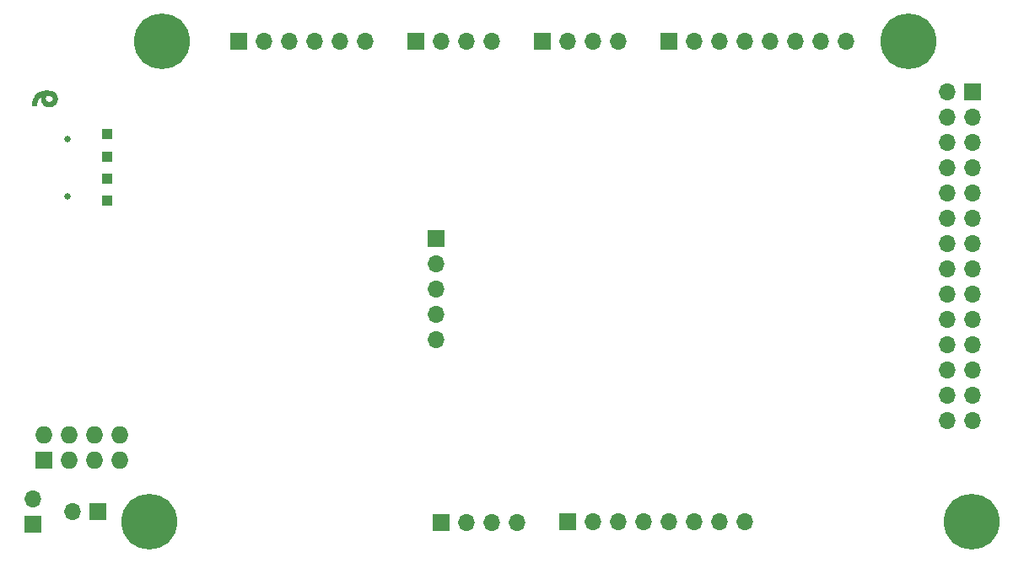
<source format=gbr>
%TF.GenerationSoftware,KiCad,Pcbnew,5.99.0+really5.1.12+dfsg1-1*%
%TF.CreationDate,2021-12-16T16:23:16+08:00*%
%TF.ProjectId,PSLab,50534c61-622e-46b6-9963-61645f706362,v6.0-beta*%
%TF.SameCoordinates,Original*%
%TF.FileFunction,Soldermask,Bot*%
%TF.FilePolarity,Negative*%
%FSLAX46Y46*%
G04 Gerber Fmt 4.6, Leading zero omitted, Abs format (unit mm)*
G04 Created by KiCad (PCBNEW 5.99.0+really5.1.12+dfsg1-1) date 2021-12-16 16:23:16*
%MOMM*%
%LPD*%
G01*
G04 APERTURE LIST*
%ADD10C,0.010000*%
%ADD11C,0.650000*%
%ADD12O,1.700000X1.700000*%
%ADD13R,1.700000X1.700000*%
%ADD14R,1.000000X1.000000*%
%ADD15R,1.727200X1.727200*%
%ADD16O,1.727200X1.727200*%
%ADD17C,5.600000*%
G04 APERTURE END LIST*
D10*
%TO.C,Z9*%
G36*
X94655699Y-67705810D02*
G01*
X94714166Y-67707924D01*
X94761649Y-67711394D01*
X94849812Y-67722772D01*
X94937316Y-67738883D01*
X95021210Y-67758975D01*
X95098539Y-67782293D01*
X95166351Y-67808084D01*
X95197656Y-67822616D01*
X95282126Y-67872598D01*
X95357007Y-67932732D01*
X95421907Y-68002464D01*
X95476433Y-68081243D01*
X95520191Y-68168515D01*
X95552789Y-68263728D01*
X95570897Y-68347233D01*
X95584899Y-68464588D01*
X95586925Y-68574614D01*
X95576909Y-68677546D01*
X95554787Y-68773622D01*
X95520493Y-68863075D01*
X95473963Y-68946144D01*
X95415131Y-69023064D01*
X95372545Y-69067677D01*
X95292386Y-69135450D01*
X95203217Y-69192411D01*
X95105181Y-69238488D01*
X94998422Y-69273611D01*
X94930140Y-69289415D01*
X94901402Y-69293698D01*
X94863035Y-69297463D01*
X94818790Y-69300544D01*
X94772419Y-69302772D01*
X94727673Y-69303977D01*
X94688302Y-69303993D01*
X94658058Y-69302649D01*
X94651222Y-69301943D01*
X94541013Y-69283204D01*
X94441759Y-69255896D01*
X94352996Y-69219741D01*
X94274257Y-69174459D01*
X94205077Y-69119770D01*
X94144992Y-69055393D01*
X94093535Y-68981050D01*
X94080958Y-68959045D01*
X94044642Y-68882644D01*
X94017108Y-68801120D01*
X93997773Y-68712243D01*
X93986054Y-68613785D01*
X93984417Y-68590250D01*
X93984681Y-68513052D01*
X93995238Y-68433952D01*
X93995968Y-68431076D01*
X94390938Y-68431076D01*
X94391165Y-68499931D01*
X94397655Y-68565086D01*
X94410402Y-68623523D01*
X94428669Y-68670791D01*
X94460249Y-68717917D01*
X94502557Y-68757316D01*
X94554262Y-68788584D01*
X94614030Y-68811317D01*
X94680530Y-68825112D01*
X94752428Y-68829564D01*
X94828392Y-68824271D01*
X94894639Y-68811933D01*
X94965646Y-68789339D01*
X95026855Y-68758331D01*
X95077677Y-68719697D01*
X95117520Y-68674224D01*
X95145796Y-68622700D01*
X95161914Y-68565911D01*
X95165285Y-68504647D01*
X95159519Y-68458367D01*
X95143505Y-68403181D01*
X95118208Y-68356791D01*
X95083976Y-68317978D01*
X95029587Y-68275520D01*
X94966011Y-68241647D01*
X94892162Y-68215855D01*
X94834034Y-68202390D01*
X94799926Y-68197089D01*
X94756764Y-68192222D01*
X94707819Y-68187975D01*
X94656360Y-68184534D01*
X94605657Y-68182088D01*
X94558978Y-68180822D01*
X94519595Y-68180924D01*
X94490777Y-68182580D01*
X94489643Y-68182711D01*
X94444480Y-68188084D01*
X94427891Y-68232480D01*
X94409296Y-68294332D01*
X94396980Y-68361537D01*
X94390938Y-68431076D01*
X93995968Y-68431076D01*
X94016522Y-68350152D01*
X94026182Y-68320375D01*
X94033630Y-68296245D01*
X94037717Y-68278246D01*
X94037762Y-68269566D01*
X94037130Y-68269222D01*
X94023116Y-68272277D01*
X93999990Y-68280475D01*
X93971119Y-68292370D01*
X93939870Y-68306516D01*
X93909608Y-68321465D01*
X93887482Y-68333544D01*
X93850467Y-68358688D01*
X93809600Y-68392507D01*
X93768385Y-68431633D01*
X93730322Y-68472698D01*
X93698914Y-68512333D01*
X93693531Y-68520102D01*
X93647323Y-68597732D01*
X93606454Y-68684136D01*
X93572987Y-68774366D01*
X93548983Y-68863470D01*
X93547461Y-68870753D01*
X93540465Y-68909531D01*
X93533531Y-68955794D01*
X93527113Y-69005607D01*
X93521667Y-69055035D01*
X93517647Y-69100145D01*
X93515507Y-69137002D01*
X93515278Y-69149360D01*
X93514508Y-69172192D01*
X93512501Y-69188089D01*
X93509986Y-69193360D01*
X93501833Y-69192848D01*
X93481445Y-69191475D01*
X93450666Y-69189366D01*
X93411339Y-69186649D01*
X93365306Y-69183451D01*
X93314410Y-69179898D01*
X93307139Y-69179389D01*
X93255651Y-69175795D01*
X93208712Y-69172539D01*
X93168178Y-69169747D01*
X93135905Y-69167548D01*
X93113748Y-69166067D01*
X93103563Y-69165432D01*
X93103209Y-69165419D01*
X93100622Y-69158704D01*
X93099335Y-69140218D01*
X93099226Y-69112228D01*
X93100175Y-69077000D01*
X93102061Y-69036804D01*
X93104765Y-68993905D01*
X93108165Y-68950572D01*
X93112140Y-68909072D01*
X93116571Y-68871672D01*
X93120103Y-68847778D01*
X93150208Y-68701637D01*
X93190555Y-68565195D01*
X93241166Y-68438420D01*
X93302062Y-68321279D01*
X93373267Y-68213742D01*
X93454802Y-68115775D01*
X93546689Y-68027347D01*
X93648951Y-67948426D01*
X93761610Y-67878979D01*
X93808765Y-67854258D01*
X93904551Y-67811238D01*
X94005848Y-67775580D01*
X94115328Y-67746450D01*
X94221050Y-67725471D01*
X94264872Y-67719516D01*
X94319782Y-67714480D01*
X94382781Y-67710441D01*
X94450871Y-67707476D01*
X94521053Y-67705664D01*
X94590328Y-67705082D01*
X94655699Y-67705810D01*
G37*
X94655699Y-67705810D02*
X94714166Y-67707924D01*
X94761649Y-67711394D01*
X94849812Y-67722772D01*
X94937316Y-67738883D01*
X95021210Y-67758975D01*
X95098539Y-67782293D01*
X95166351Y-67808084D01*
X95197656Y-67822616D01*
X95282126Y-67872598D01*
X95357007Y-67932732D01*
X95421907Y-68002464D01*
X95476433Y-68081243D01*
X95520191Y-68168515D01*
X95552789Y-68263728D01*
X95570897Y-68347233D01*
X95584899Y-68464588D01*
X95586925Y-68574614D01*
X95576909Y-68677546D01*
X95554787Y-68773622D01*
X95520493Y-68863075D01*
X95473963Y-68946144D01*
X95415131Y-69023064D01*
X95372545Y-69067677D01*
X95292386Y-69135450D01*
X95203217Y-69192411D01*
X95105181Y-69238488D01*
X94998422Y-69273611D01*
X94930140Y-69289415D01*
X94901402Y-69293698D01*
X94863035Y-69297463D01*
X94818790Y-69300544D01*
X94772419Y-69302772D01*
X94727673Y-69303977D01*
X94688302Y-69303993D01*
X94658058Y-69302649D01*
X94651222Y-69301943D01*
X94541013Y-69283204D01*
X94441759Y-69255896D01*
X94352996Y-69219741D01*
X94274257Y-69174459D01*
X94205077Y-69119770D01*
X94144992Y-69055393D01*
X94093535Y-68981050D01*
X94080958Y-68959045D01*
X94044642Y-68882644D01*
X94017108Y-68801120D01*
X93997773Y-68712243D01*
X93986054Y-68613785D01*
X93984417Y-68590250D01*
X93984681Y-68513052D01*
X93995238Y-68433952D01*
X93995968Y-68431076D01*
X94390938Y-68431076D01*
X94391165Y-68499931D01*
X94397655Y-68565086D01*
X94410402Y-68623523D01*
X94428669Y-68670791D01*
X94460249Y-68717917D01*
X94502557Y-68757316D01*
X94554262Y-68788584D01*
X94614030Y-68811317D01*
X94680530Y-68825112D01*
X94752428Y-68829564D01*
X94828392Y-68824271D01*
X94894639Y-68811933D01*
X94965646Y-68789339D01*
X95026855Y-68758331D01*
X95077677Y-68719697D01*
X95117520Y-68674224D01*
X95145796Y-68622700D01*
X95161914Y-68565911D01*
X95165285Y-68504647D01*
X95159519Y-68458367D01*
X95143505Y-68403181D01*
X95118208Y-68356791D01*
X95083976Y-68317978D01*
X95029587Y-68275520D01*
X94966011Y-68241647D01*
X94892162Y-68215855D01*
X94834034Y-68202390D01*
X94799926Y-68197089D01*
X94756764Y-68192222D01*
X94707819Y-68187975D01*
X94656360Y-68184534D01*
X94605657Y-68182088D01*
X94558978Y-68180822D01*
X94519595Y-68180924D01*
X94490777Y-68182580D01*
X94489643Y-68182711D01*
X94444480Y-68188084D01*
X94427891Y-68232480D01*
X94409296Y-68294332D01*
X94396980Y-68361537D01*
X94390938Y-68431076D01*
X93995968Y-68431076D01*
X94016522Y-68350152D01*
X94026182Y-68320375D01*
X94033630Y-68296245D01*
X94037717Y-68278246D01*
X94037762Y-68269566D01*
X94037130Y-68269222D01*
X94023116Y-68272277D01*
X93999990Y-68280475D01*
X93971119Y-68292370D01*
X93939870Y-68306516D01*
X93909608Y-68321465D01*
X93887482Y-68333544D01*
X93850467Y-68358688D01*
X93809600Y-68392507D01*
X93768385Y-68431633D01*
X93730322Y-68472698D01*
X93698914Y-68512333D01*
X93693531Y-68520102D01*
X93647323Y-68597732D01*
X93606454Y-68684136D01*
X93572987Y-68774366D01*
X93548983Y-68863470D01*
X93547461Y-68870753D01*
X93540465Y-68909531D01*
X93533531Y-68955794D01*
X93527113Y-69005607D01*
X93521667Y-69055035D01*
X93517647Y-69100145D01*
X93515507Y-69137002D01*
X93515278Y-69149360D01*
X93514508Y-69172192D01*
X93512501Y-69188089D01*
X93509986Y-69193360D01*
X93501833Y-69192848D01*
X93481445Y-69191475D01*
X93450666Y-69189366D01*
X93411339Y-69186649D01*
X93365306Y-69183451D01*
X93314410Y-69179898D01*
X93307139Y-69179389D01*
X93255651Y-69175795D01*
X93208712Y-69172539D01*
X93168178Y-69169747D01*
X93135905Y-69167548D01*
X93113748Y-69166067D01*
X93103563Y-69165432D01*
X93103209Y-69165419D01*
X93100622Y-69158704D01*
X93099335Y-69140218D01*
X93099226Y-69112228D01*
X93100175Y-69077000D01*
X93102061Y-69036804D01*
X93104765Y-68993905D01*
X93108165Y-68950572D01*
X93112140Y-68909072D01*
X93116571Y-68871672D01*
X93120103Y-68847778D01*
X93150208Y-68701637D01*
X93190555Y-68565195D01*
X93241166Y-68438420D01*
X93302062Y-68321279D01*
X93373267Y-68213742D01*
X93454802Y-68115775D01*
X93546689Y-68027347D01*
X93648951Y-67948426D01*
X93761610Y-67878979D01*
X93808765Y-67854258D01*
X93904551Y-67811238D01*
X94005848Y-67775580D01*
X94115328Y-67746450D01*
X94221050Y-67725471D01*
X94264872Y-67719516D01*
X94319782Y-67714480D01*
X94382781Y-67710441D01*
X94450871Y-67707476D01*
X94521053Y-67705664D01*
X94590328Y-67705082D01*
X94655699Y-67705810D01*
%TD*%
D11*
%TO.C,SW3*%
X96640000Y-72590000D03*
X96640000Y-78370000D03*
%TD*%
D12*
%TO.C,Z1*%
X133612000Y-92752000D03*
X133612000Y-90212000D03*
X133612000Y-87672000D03*
X133612000Y-85132000D03*
D13*
X133612000Y-82592000D03*
%TD*%
D14*
%TO.C,Z4*%
X100577000Y-76571500D03*
%TD*%
%TO.C,Z3*%
X100579600Y-72097700D03*
%TD*%
%TO.C,Z5*%
X100577000Y-74351500D03*
%TD*%
D15*
%TO.C,J6*%
X94305500Y-104817000D03*
D16*
X94305500Y-102277000D03*
X96845500Y-104817000D03*
X96845500Y-102277000D03*
X99385500Y-104817000D03*
X99385500Y-102277000D03*
X101925500Y-104817000D03*
X101925500Y-102277000D03*
%TD*%
D17*
%TO.C,MH1*%
X104880000Y-111020000D03*
%TD*%
%TO.C,MH2*%
X181090000Y-62780000D03*
%TD*%
%TO.C,MH3*%
X106150000Y-62770000D03*
%TD*%
%TO.C,MH4*%
X187420000Y-111010000D03*
%TD*%
D13*
%TO.C,J1*%
X187460000Y-67860000D03*
D12*
X184920000Y-67860000D03*
X187460000Y-70400000D03*
X184920000Y-70400000D03*
X187460000Y-72940000D03*
X184920000Y-72940000D03*
X187460000Y-75480000D03*
X184920000Y-75480000D03*
X187460000Y-78020000D03*
X184920000Y-78020000D03*
X187460000Y-80560000D03*
X184920000Y-80560000D03*
X187460000Y-83100000D03*
X184920000Y-83100000D03*
X187460000Y-85640000D03*
X184920000Y-85640000D03*
X187460000Y-88180000D03*
X184920000Y-88180000D03*
X187460000Y-90720000D03*
X184920000Y-90720000D03*
X187460000Y-93260000D03*
X184920000Y-93260000D03*
X187460000Y-95800000D03*
X184920000Y-95800000D03*
X187460000Y-98340000D03*
X184920000Y-98340000D03*
X187460000Y-100880000D03*
X184920000Y-100880000D03*
%TD*%
D13*
%TO.C,J2*%
X156980000Y-62780000D03*
D12*
X159520000Y-62780000D03*
X162060000Y-62780000D03*
X164600000Y-62780000D03*
X167140000Y-62780000D03*
X169680000Y-62780000D03*
X172220000Y-62780000D03*
X174760000Y-62780000D03*
%TD*%
%TO.C,J3*%
X164600000Y-111040000D03*
X162060000Y-111040000D03*
X159520000Y-111040000D03*
X156980000Y-111040000D03*
X154440000Y-111040000D03*
X151900000Y-111040000D03*
X149360000Y-111040000D03*
D13*
X146820000Y-111040000D03*
%TD*%
%TO.C,J4*%
X131580000Y-62780000D03*
D12*
X134120000Y-62780000D03*
X136660000Y-62780000D03*
X139200000Y-62780000D03*
%TD*%
D13*
%TO.C,J5*%
X144280000Y-62780000D03*
D12*
X146820000Y-62780000D03*
X149360000Y-62780000D03*
X151900000Y-62780000D03*
%TD*%
%TO.C,J7*%
X141740000Y-111074000D03*
X139200000Y-111074000D03*
X136660000Y-111074000D03*
D13*
X134120000Y-111074000D03*
%TD*%
%TO.C,J9*%
X113800000Y-62780000D03*
D12*
X116340000Y-62780000D03*
X118880000Y-62780000D03*
X121420000Y-62780000D03*
X123960000Y-62780000D03*
X126500000Y-62780000D03*
%TD*%
D14*
%TO.C,Z2*%
X100577000Y-78782000D03*
%TD*%
D13*
%TO.C,J8*%
X93162500Y-111294000D03*
D12*
X93162500Y-108754000D03*
%TD*%
D13*
%TO.C,J11*%
X99703000Y-110024000D03*
D12*
X97163000Y-110024000D03*
%TD*%
M02*

</source>
